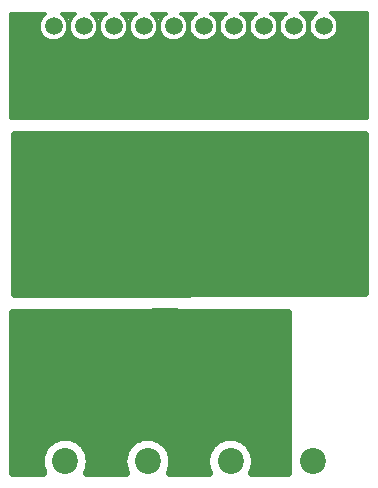
<source format=gbr>
G04 DipTrace 4.0.0.2*
G04 2 - Bottom.gbr*
%MOIN*%
G04 #@! TF.FileFunction,Copper,L2,Bot*
G04 #@! TF.Part,Single*
G04 #@! TA.AperFunction,CopperBalancing*
%ADD18C,0.013*%
%ADD19C,0.025*%
G04 #@! TA.AperFunction,ComponentPad*
%ADD23R,0.086614X0.086614*%
%ADD24C,0.086614*%
%ADD25R,0.059055X0.059055*%
%ADD26C,0.059055*%
G04 #@! TA.AperFunction,ViaPad*
%ADD30C,0.04*%
%FSLAX26Y26*%
G04*
G70*
G90*
G75*
G01*
G04 Bottom*
%LPD*%
D30*
X62500Y1193751D3*
Y1143749D3*
Y1100000D3*
X100000D3*
X262500Y1287500D3*
X531249D3*
X825000D3*
X1125000D3*
X368751Y1200000D3*
Y1156249D3*
X406249Y1112500D3*
X368751D3*
X668751Y1193749D3*
Y1156249D3*
Y1112500D3*
X706249D3*
X962500Y1193749D3*
Y1156249D3*
Y1118751D3*
X1000000D3*
X39290Y1605631D2*
D18*
X139827D1*
X219996D2*
X239815D1*
X320009D2*
X339829D1*
X419997D2*
X439818D1*
X520012D2*
X539831D1*
X620000D2*
X639819D1*
X720013D2*
X739833D1*
X820001D2*
X839822D1*
X919990D2*
X939810D1*
X1020004D2*
X1039823D1*
X1119992D2*
X1223449D1*
X39265Y1592762D2*
X132438D1*
X1127381D2*
X1223449D1*
X39265Y1579894D2*
X129341D1*
X1130504D2*
X1223449D1*
X39265Y1567025D2*
X129671D1*
X1130148D2*
X1223449D1*
X39240Y1554156D2*
X133581D1*
X226268D2*
X233570D1*
X326256D2*
X333584D1*
X426269D2*
X433571D1*
X526257D2*
X533585D1*
X626245D2*
X633584D1*
X726260D2*
X733587D1*
X826248D2*
X833571D1*
X926236D2*
X933563D1*
X1026249D2*
X1033577D1*
X1126238D2*
X1223449D1*
X39240Y1541287D2*
X142113D1*
X217710D2*
X242126D1*
X317698D2*
X342114D1*
X417713D2*
X442129D1*
X517701D2*
X542117D1*
X617714D2*
X642130D1*
X717702D2*
X742118D1*
X817717D2*
X842106D1*
X917705D2*
X942121D1*
X1017693D2*
X1042109D1*
X1117706D2*
X1223449D1*
X39240Y1528419D2*
X161206D1*
X198642D2*
X261194D1*
X298630D2*
X361209D1*
X398644D2*
X461197D1*
X498633D2*
X561185D1*
X598646D2*
X661198D1*
X698634D2*
X761186D1*
X798648D2*
X861175D1*
X898636D2*
X961189D1*
X998625D2*
X1061177D1*
X1098638D2*
X1223449D1*
X39214Y1515550D2*
X1223449D1*
X39214Y1502681D2*
X1223449D1*
X39214Y1489812D2*
X1223449D1*
X39189Y1476944D2*
X1223449D1*
X39189Y1464075D2*
X1223449D1*
X39189Y1451206D2*
X1223449D1*
X39164Y1438337D2*
X1223449D1*
X39164Y1425469D2*
X1223449D1*
X39164Y1412600D2*
X1223449D1*
X39138Y1399731D2*
X1223449D1*
X39138Y1386862D2*
X1223449D1*
X39138Y1373993D2*
X1223449D1*
X39113Y1361125D2*
X1223449D1*
X39113Y1348256D2*
X1223449D1*
X39088Y1335387D2*
X1223449D1*
X39088Y1322518D2*
X1223449D1*
X39088Y1309650D2*
X1223449D1*
X39062Y1296781D2*
X1223449D1*
X39062Y1283912D2*
X1223449D1*
X39062Y1271043D2*
X1223449D1*
X229311Y1570916D2*
X228094Y1563236D1*
X225692Y1555843D1*
X222163Y1548915D1*
X217592Y1542625D1*
X212094Y1537127D1*
X205804Y1532556D1*
X198877Y1529028D1*
X191483Y1526625D1*
X183803Y1525408D1*
X176029D1*
X168349Y1526625D1*
X160955Y1529028D1*
X154028Y1532556D1*
X147738Y1537127D1*
X142240Y1542625D1*
X137669Y1548915D1*
X134140Y1555843D1*
X131738Y1563236D1*
X130521Y1570916D1*
Y1578690D1*
X131738Y1586370D1*
X134140Y1593764D1*
X137669Y1600692D1*
X142240Y1606982D1*
X147738Y1612479D1*
X152220Y1615843D1*
X37986Y1615563D1*
X37753Y1269014D1*
X1224738Y1269000D1*
X1224751Y1618475D1*
X1103831Y1618186D1*
X1109030Y1614888D1*
X1114942Y1609839D1*
X1119992Y1603927D1*
X1124054Y1597298D1*
X1127029Y1590114D1*
X1128844Y1582554D1*
X1129454Y1574803D1*
X1128844Y1567052D1*
X1127029Y1559492D1*
X1124054Y1552308D1*
X1119992Y1545680D1*
X1114942Y1539768D1*
X1109030Y1534718D1*
X1102402Y1530656D1*
X1095218Y1527681D1*
X1087657Y1525866D1*
X1079907Y1525256D1*
X1072156Y1525866D1*
X1064596Y1527681D1*
X1057412Y1530656D1*
X1050783Y1534718D1*
X1044871Y1539768D1*
X1039822Y1545680D1*
X1035760Y1552308D1*
X1032785Y1559492D1*
X1030970Y1567052D1*
X1030360Y1574803D1*
X1030970Y1582554D1*
X1032785Y1590114D1*
X1035760Y1597298D1*
X1039822Y1603927D1*
X1044871Y1609839D1*
X1050783Y1614888D1*
X1055835Y1618067D1*
X1004299Y1617941D1*
X1009030Y1614888D1*
X1014942Y1609839D1*
X1019992Y1603927D1*
X1024054Y1597298D1*
X1027029Y1590114D1*
X1028844Y1582554D1*
X1029454Y1574803D1*
X1028844Y1567052D1*
X1027029Y1559492D1*
X1024054Y1552308D1*
X1019992Y1545680D1*
X1014942Y1539768D1*
X1009030Y1534718D1*
X1002402Y1530656D1*
X995218Y1527681D1*
X987657Y1525866D1*
X979907Y1525256D1*
X972156Y1525866D1*
X964596Y1527681D1*
X957412Y1530656D1*
X950783Y1534718D1*
X944871Y1539768D1*
X939822Y1545680D1*
X935760Y1552308D1*
X932785Y1559492D1*
X930970Y1567052D1*
X930360Y1574803D1*
X930970Y1582554D1*
X932785Y1590114D1*
X935760Y1597298D1*
X939822Y1603927D1*
X944871Y1609839D1*
X950783Y1614888D1*
X955385Y1617814D1*
X904718Y1617697D1*
X909030Y1614888D1*
X914942Y1609839D1*
X919992Y1603927D1*
X924054Y1597298D1*
X927029Y1590114D1*
X928844Y1582554D1*
X929454Y1574803D1*
X928844Y1567052D1*
X927029Y1559492D1*
X924054Y1552308D1*
X919992Y1545680D1*
X914942Y1539768D1*
X909030Y1534718D1*
X902402Y1530656D1*
X895218Y1527681D1*
X887657Y1525866D1*
X879907Y1525256D1*
X872156Y1525866D1*
X864596Y1527681D1*
X857412Y1530656D1*
X850783Y1534718D1*
X844871Y1539768D1*
X839822Y1545680D1*
X835760Y1552308D1*
X832785Y1559492D1*
X830970Y1567052D1*
X830360Y1574803D1*
X830970Y1582554D1*
X832785Y1590114D1*
X835760Y1597298D1*
X839822Y1603927D1*
X844871Y1609839D1*
X850783Y1614888D1*
X854959Y1617576D1*
X805136Y1617451D1*
X809039Y1614888D1*
X814951Y1609839D1*
X820001Y1603927D1*
X824063Y1597298D1*
X827038Y1590114D1*
X828853Y1582554D1*
X829463Y1574803D1*
X828853Y1567052D1*
X827038Y1559492D1*
X824063Y1552308D1*
X820001Y1545680D1*
X814951Y1539768D1*
X809039Y1534718D1*
X802411Y1530656D1*
X795227Y1527681D1*
X787667Y1525866D1*
X779916Y1525256D1*
X772165Y1525866D1*
X764605Y1527681D1*
X757421Y1530656D1*
X750793Y1534718D1*
X744881Y1539768D1*
X739831Y1545680D1*
X735769Y1552308D1*
X732794Y1559492D1*
X730979Y1567052D1*
X730369Y1574803D1*
X730979Y1582554D1*
X732794Y1590114D1*
X735769Y1597298D1*
X739831Y1603927D1*
X744881Y1609839D1*
X750793Y1614888D1*
X754518Y1617324D1*
X705554Y1617206D1*
X709039Y1614888D1*
X714951Y1609839D1*
X720001Y1603927D1*
X724063Y1597298D1*
X727038Y1590114D1*
X728853Y1582554D1*
X729463Y1574803D1*
X728853Y1567052D1*
X727038Y1559492D1*
X724063Y1552308D1*
X720001Y1545680D1*
X714951Y1539768D1*
X709039Y1534718D1*
X702411Y1530656D1*
X695227Y1527681D1*
X687667Y1525866D1*
X679916Y1525256D1*
X672165Y1525866D1*
X664605Y1527681D1*
X657421Y1530656D1*
X650793Y1534718D1*
X644881Y1539768D1*
X639831Y1545680D1*
X635769Y1552308D1*
X632794Y1559492D1*
X630979Y1567052D1*
X630369Y1574803D1*
X630979Y1582554D1*
X632794Y1590114D1*
X635769Y1597298D1*
X639831Y1603927D1*
X644881Y1609839D1*
X650793Y1614888D1*
X654093Y1617087D1*
X605972Y1616961D1*
X612094Y1612479D1*
X617592Y1606982D1*
X622163Y1600692D1*
X625692Y1593764D1*
X628094Y1586370D1*
X629311Y1578690D1*
Y1570916D1*
X628094Y1563236D1*
X625692Y1555843D1*
X622163Y1548915D1*
X617592Y1542625D1*
X612094Y1537127D1*
X605804Y1532556D1*
X598877Y1529028D1*
X591483Y1526625D1*
X583803Y1525408D1*
X576029D1*
X568349Y1526625D1*
X560955Y1529028D1*
X554028Y1532556D1*
X547738Y1537127D1*
X542240Y1542625D1*
X537669Y1548915D1*
X534140Y1555843D1*
X531738Y1563236D1*
X530521Y1570916D1*
Y1578690D1*
X531738Y1586370D1*
X534140Y1593764D1*
X537669Y1600692D1*
X542240Y1606982D1*
X547738Y1612479D1*
X553711Y1616839D1*
X506340Y1616715D1*
X512094Y1612479D1*
X517592Y1606982D1*
X522163Y1600692D1*
X525692Y1593764D1*
X528094Y1586370D1*
X529311Y1578690D1*
Y1570916D1*
X528094Y1563236D1*
X525692Y1555843D1*
X522163Y1548915D1*
X517592Y1542625D1*
X512094Y1537127D1*
X505804Y1532556D1*
X498877Y1529028D1*
X491483Y1526625D1*
X483803Y1525408D1*
X476029D1*
X468349Y1526625D1*
X460955Y1529028D1*
X454028Y1532556D1*
X447738Y1537127D1*
X442240Y1542625D1*
X437669Y1548915D1*
X434140Y1555843D1*
X431738Y1563236D1*
X430521Y1570916D1*
Y1578690D1*
X431738Y1586370D1*
X434140Y1593764D1*
X437669Y1600692D1*
X442240Y1606982D1*
X447738Y1612479D1*
X453332Y1616585D1*
X406707Y1616471D1*
X412094Y1612479D1*
X417592Y1606982D1*
X422163Y1600692D1*
X425692Y1593764D1*
X428094Y1586370D1*
X429311Y1578690D1*
Y1570916D1*
X428094Y1563236D1*
X425692Y1555843D1*
X422163Y1548915D1*
X417592Y1542625D1*
X412094Y1537127D1*
X405804Y1532556D1*
X398877Y1529028D1*
X391483Y1526625D1*
X383803Y1525408D1*
X376029D1*
X368349Y1526625D1*
X360955Y1529028D1*
X354028Y1532556D1*
X347738Y1537127D1*
X342240Y1542625D1*
X337669Y1548915D1*
X334140Y1555843D1*
X331738Y1563236D1*
X330521Y1570916D1*
Y1578690D1*
X331738Y1586370D1*
X334140Y1593764D1*
X337669Y1600692D1*
X342240Y1606982D1*
X347738Y1612479D1*
X352954Y1616332D1*
X307126Y1616226D1*
X312094Y1612479D1*
X317592Y1606982D1*
X322163Y1600692D1*
X325692Y1593764D1*
X328094Y1586370D1*
X329311Y1578690D1*
Y1570916D1*
X328094Y1563236D1*
X325692Y1555843D1*
X322163Y1548915D1*
X317592Y1542625D1*
X312094Y1537127D1*
X305804Y1532556D1*
X298877Y1529028D1*
X291483Y1526625D1*
X283803Y1525408D1*
X276029D1*
X268349Y1526625D1*
X260955Y1529028D1*
X254028Y1532556D1*
X247738Y1537127D1*
X242240Y1542625D1*
X237669Y1548915D1*
X234140Y1555843D1*
X231738Y1563236D1*
X230521Y1570916D1*
Y1578690D1*
X231738Y1586370D1*
X234140Y1593764D1*
X237669Y1600692D1*
X242240Y1606982D1*
X247738Y1612479D1*
X252600Y1616096D1*
X207493Y1615980D1*
X212094Y1612479D1*
X217592Y1606982D1*
X222163Y1600692D1*
X225692Y1593764D1*
X228094Y1586370D1*
X229311Y1578690D1*
Y1570916D1*
X46268Y593882D2*
D19*
X960010D1*
X46268Y569013D2*
X960010D1*
X46268Y544144D2*
X960010D1*
X46268Y519276D2*
X960010D1*
X46268Y494407D2*
X960010D1*
X46268Y469538D2*
X960010D1*
X46268Y444669D2*
X960010D1*
X46268Y419801D2*
X960010D1*
X46268Y394932D2*
X960010D1*
X46268Y370063D2*
X960010D1*
X46268Y345194D2*
X960010D1*
X46268Y320325D2*
X960010D1*
X46268Y295457D2*
X960010D1*
X46268Y270588D2*
X960010D1*
X46268Y245719D2*
X960010D1*
X46268Y220850D2*
X960010D1*
X46268Y195982D2*
X175438D1*
X261789D2*
X451029D1*
X537379D2*
X726619D1*
X812970D2*
X960010D1*
X46268Y171113D2*
X148526D1*
X288665D2*
X424117D1*
X564256D2*
X699707D1*
X839846D2*
X960010D1*
X46268Y146244D2*
X137114D1*
X300113D2*
X412705D1*
X575703D2*
X688295D1*
X851294D2*
X960010D1*
X46268Y121375D2*
X134387D1*
X302840D2*
X409978D1*
X578430D2*
X685568D1*
X854021D2*
X960010D1*
X46268Y96507D2*
X139411D1*
X297781D2*
X415001D1*
X573371D2*
X690592D1*
X848962D2*
X960010D1*
X300157Y118581D2*
X299403Y112202D1*
X298150Y105903D1*
X296406Y99720D1*
X294182Y93694D1*
X291285Y87488D1*
X421522Y87500D1*
X418613Y93694D1*
X416390Y99720D1*
X414646Y105903D1*
X413392Y112202D1*
X412638Y118581D1*
X412386Y125000D1*
X412638Y131419D1*
X413392Y137798D1*
X414646Y144097D1*
X416390Y150280D1*
X418613Y156306D1*
X421302Y162139D1*
X424441Y167744D1*
X428009Y173085D1*
X431987Y178130D1*
X436346Y182846D1*
X441063Y187206D1*
X446108Y191184D1*
X451449Y194752D1*
X457054Y197891D1*
X462887Y200580D1*
X468913Y202803D1*
X475096Y204547D1*
X481395Y205801D1*
X487774Y206555D1*
X494193Y206807D1*
X500612Y206555D1*
X506991Y205801D1*
X513290Y204547D1*
X519472Y202803D1*
X525499Y200580D1*
X531332Y197891D1*
X536937Y194752D1*
X542278Y191184D1*
X547323Y187206D1*
X552039Y182846D1*
X556399Y178130D1*
X560377Y173085D1*
X563945Y167744D1*
X567084Y162139D1*
X569773Y156306D1*
X571996Y150280D1*
X573740Y144097D1*
X574993Y137798D1*
X575748Y131419D1*
X576000Y125000D1*
X575748Y118581D1*
X574993Y112202D1*
X573740Y105903D1*
X571996Y99720D1*
X569773Y93694D1*
X566875Y87488D1*
X697113Y87500D1*
X694203Y93694D1*
X691980Y99720D1*
X690236Y105903D1*
X688983Y112202D1*
X688228Y118581D1*
X687976Y125000D1*
X688228Y131419D1*
X688983Y137798D1*
X690236Y144097D1*
X691980Y150280D1*
X694203Y156306D1*
X696892Y162139D1*
X700031Y167744D1*
X703600Y173085D1*
X707577Y178130D1*
X711937Y182846D1*
X716654Y187206D1*
X721698Y191184D1*
X727039Y194752D1*
X732644Y197891D1*
X738478Y200580D1*
X744504Y202803D1*
X750686Y204547D1*
X756986Y205801D1*
X763365Y206555D1*
X769783Y206807D1*
X776202Y206555D1*
X782581Y205801D1*
X788881Y204547D1*
X795063Y202803D1*
X801089Y200580D1*
X806923Y197891D1*
X812528Y194752D1*
X817869Y191184D1*
X822913Y187206D1*
X827630Y182846D1*
X831990Y178130D1*
X835967Y173085D1*
X839535Y167744D1*
X842675Y162139D1*
X845364Y156306D1*
X847587Y150280D1*
X849331Y144097D1*
X850584Y137798D1*
X851339Y131419D1*
X851591Y125000D1*
X851339Y118581D1*
X850584Y112202D1*
X849331Y105903D1*
X847587Y99720D1*
X845364Y93694D1*
X842466Y87488D1*
X962512Y87500D1*
X962500Y618753D1*
X43738Y618749D1*
X43751Y87496D1*
X145932Y87500D1*
X143022Y93694D1*
X140799Y99720D1*
X139055Y105903D1*
X137802Y112202D1*
X137047Y118581D1*
X136795Y125000D1*
X137047Y131419D1*
X137802Y137798D1*
X139055Y144097D1*
X140799Y150280D1*
X143022Y156306D1*
X145711Y162139D1*
X148850Y167744D1*
X152419Y173085D1*
X156396Y178130D1*
X160756Y182846D1*
X165472Y187206D1*
X170517Y191184D1*
X175858Y194752D1*
X181463Y197891D1*
X187297Y200580D1*
X193323Y202803D1*
X199505Y204547D1*
X205804Y205801D1*
X212184Y206555D1*
X218602Y206807D1*
X225021Y206555D1*
X231400Y205801D1*
X237699Y204547D1*
X243882Y202803D1*
X249908Y200580D1*
X255741Y197891D1*
X261346Y194752D1*
X266688Y191184D1*
X271732Y187206D1*
X276449Y182846D1*
X280808Y178130D1*
X284786Y173085D1*
X288354Y167744D1*
X291493Y162139D1*
X294182Y156306D1*
X296406Y150280D1*
X298150Y144097D1*
X299403Y137798D1*
X300157Y131419D1*
X300409Y125000D1*
X300157Y118581D1*
X52518Y1187631D2*
X1216266D1*
X52518Y1162762D2*
X1216266D1*
X52518Y1137894D2*
X1216266D1*
X52518Y1113025D2*
X1216266D1*
X52518Y1088156D2*
X1216266D1*
X52518Y1063287D2*
X1216266D1*
X52518Y1038419D2*
X1216266D1*
X52518Y1013550D2*
X1216266D1*
X52518Y988681D2*
X1216266D1*
X52518Y963812D2*
X1216266D1*
X52518Y938944D2*
X1216266D1*
X52518Y914075D2*
X1216266D1*
X52518Y889206D2*
X1216266D1*
X52518Y864337D2*
X1216266D1*
X52518Y839469D2*
X1216266D1*
X52518Y814600D2*
X1216266D1*
X52518Y789731D2*
X1216266D1*
X52518Y764862D2*
X1216266D1*
X52518Y739993D2*
X1216266D1*
X52518Y715125D2*
X1216266D1*
X52518Y690256D2*
X1216266D1*
X1218730Y1212500D2*
X49982D1*
X50000Y681318D1*
X1218759Y687434D1*
X1218749Y1212490D1*
D23*
X80807Y125000D3*
D24*
X218602D3*
X356398D3*
X494193D3*
X631988D3*
X769783D3*
X907579D3*
X1045374D3*
D25*
X79916Y1574803D3*
D26*
X179916D3*
X279916D3*
X379916D3*
X479916D3*
X579916D3*
X679916D3*
X779916D3*
X879907D3*
X979907D3*
X1079907D3*
X1179907D3*
D23*
X550000Y593455D3*
D24*
Y731251D3*
M02*

</source>
